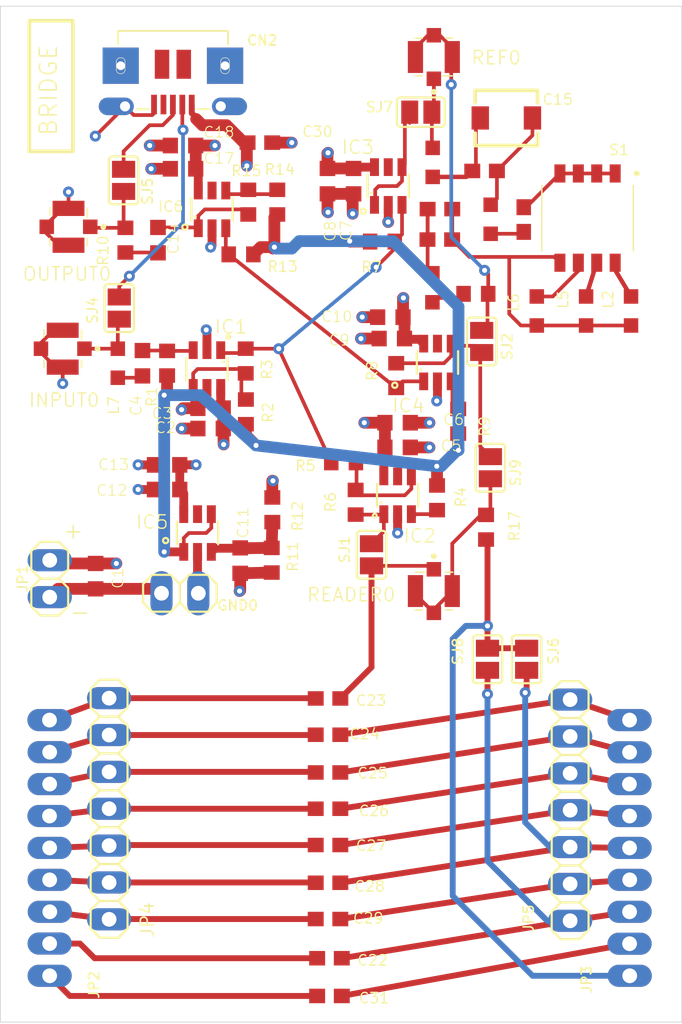
<source format=kicad_pcb>
(kicad_pcb (version 20240108) (generator "pcbnew") (generator_version "8.0")
  (layers (0 "F.Cu" signal) (1 "In1.Cu" signal) (2 "In2.Cu" signal) (31 "B.Cu" signal) (34 "B.Paste" user) (35 "F.Paste" user) (36 "B.SilkS" user "B.Silkscreen") (37 "F.SilkS" user "F.Silkscreen") (38 "B.Mask" user) (39 "F.Mask" user) (44 "Edge.Cuts" user))
  (net 0 "")
  (net 1 "GND")
  (net 2 "VCC")
  (net 3 "N$2")
  (net 4 "VCC/2")
  (net 5 "N$6")
  (net 6 "N$7")
  (net 7 "N$1")
  (net 8 "N$4")
  (net 9 "N$11")
  (net 10 "N$12")
  (net 11 "N$14")
  (net 12 "N$16")
  (net 13 "N$17")
  (net 14 "N$18")
  (net 15 "N$19")
  (net 16 "N$21")
  (net 17 "N$22")
  (net 18 "N$23")
  (net 19 "N$24")
  (net 20 "N$10")
  (net 21 "N$26")
  (net 22 "N$27")
  (net 23 "N$28")
  (net 24 "N$29")
  (net 25 "N$30")
  (net 26 "N$32")
  (net 27 "N$33")
  (net 28 "N$34")
  (net 29 "N$35")
  (net 30 "N$36")
  (net 31 "N$37")
  (net 32 "N$13")
  (net 33 "N$25")
  (net 34 "N$31")
  (net 35 "N$45")
  (net 36 "N$47")
  (net 37 "N$48")
  (net 38 "N$49")
  (net 39 "N$51")
  (net 40 "N$52")
  (net 41 "N$41")
  (net 42 "N$15")
  (net 43 "N$20")
  (net 44 "N$40")
  (net 45 "N$3")
  (net 46 "N$43")
  (net 47 "N$44")
  (net 48 "N$42")
  (net 49 "N$8")
  (net 50 "N$38")
  (net 51 "N$46")
  (net 52 "N$39")
  (net 53 "N$5")
  (net 54 "N$9")
  (footprint "TSOT23-6_261" (layer "F.Cu") (at 152.4011 103.7036)
    (property "Reference" "IC2")
    (property "Value" "LT6230CS6" (hide yes))
  )
  (footprint "R0603_334" (layer "F.Cu") (at 151.3551 86.221 180)
    (property "Reference" "R7")
    (property "Value" "100")
  )
  (footprint "C0603K_334" (layer "F.Cu") (at 136.5011 101.6084 180)
    (property "Reference" "C13")
    (property "Value" "1.0u")
  )
  (footprint "R0603_334" (layer "F.Cu") (at 141.6011 87.1036)
    (property "Reference" "R13")
    (property "Value" "100")
  )
  (footprint "1X09" (layer "F.Cu") (at 168.4011 130.2036 -90)
    (property "Reference" "JP3")
    (property "Value" "")
  )
  (footprint "L2012C_334" (layer "F.Cu") (at 168.5011 91.0036 -90)
    (property "Reference" "L2")
    (property "Value" "0.2u")
  )
  (footprint "R0603_334" (layer "F.Cu") (at 143.7167 108.1782 90)
    (property "Reference" "R11")
    (property "Value" "10k")
  )
  (footprint "C1608_334" (layer "F.Cu") (at 155.3211 83.9836)
    (property "Reference" "C19" (hide yes))
    (property "Value" "")
  )
  (footprint "C1608_334" (layer "F.Cu") (at 147.6011 117.7036)
    (property "Reference" "C23")
    (property "Value" "")
  )
  (footprint "R0603_334" (layer "F.Cu") (at 148.6741 101.4356 180)
    (property "Reference" "R5")
    (property "Value" "100")
  )
  (footprint "C0603K_334" (layer "F.Cu") (at 139.5011 97.7036 180)
    (property "Reference" "C3")
    (property "Value" "1.0u")
  )
  (footprint "C0603K_334" (layer "F.Cu") (at 152.0011 92.9036 180)
    (property "Reference" "C9")
    (property "Value" "0.1u")
  )
  (footprint "C1608_334" (layer "F.Cu") (at 147.6011 127.8036)
    (property "Reference" "C27")
    (property "Value" "")
  )
  (footprint "1X09" (layer "F.Cu") (at 128.4011 125.8036 90)
    (property "Reference" "JP2")
    (property "Value" "")
  )
  (footprint "R0603_334" (layer "F.Cu") (at 156.5821 98.6036 -90)
    (property "Reference" "R9")
    (property "Value" "0")
  )
  (footprint "C0603K_334" (layer "F.Cu") (at 152.4011 98.7036)
    (property "Reference" "C6")
    (property "Value" "1.0u")
  )
  (footprint "1X02_325" (layer "F.Cu") (at 137.3861 110.4556)
    (property "Reference" "GND0")
    (property "Value" "")
  )
  (footprint "C0603K_334" (layer "F.Cu") (at 136.5011 103.3068 180)
    (property "Reference" "C12")
    (property "Value" "0.1u")
  )
  (footprint "C1608_334" (layer "F.Cu") (at 147.7011 135.6036)
    (property "Reference" "C22")
    (property "Value" "")
  )
  (footprint "C0603K_334" (layer "F.Cu") (at 135.8721 86.123 -90)
    (property "Reference" "C14")
    (property "Value" "")
  )
  (footprint "4UCONN_20329" (layer "F.Cu") (at 136.9011 76.0036 180)
    (property "Reference" "CN2")
    (property "Value" "")
    (fp_line (start 3.9 1.6) (end 3.9 2.2) (stroke (width 0.05)) (layer "Edge.Cuts"))
    (fp_line (start 3.3 2.2) (end 3.3 1.6) (stroke (width 0.05)) (layer "Edge.Cuts"))
    (fp_line (start -3.3 1.6) (end -3.3 2.2) (stroke (width 0.05)) (layer "Edge.Cuts"))
    (fp_line (start -3.9 2.2) (end -3.9 1.6) (stroke (width 0.05)) (layer "Edge.Cuts"))
    (fp_arc (start 3.9 2.2) (mid 3.801777 2.387132) (end 3.6 2.45) (stroke (width 0.05)) (layer "Edge.Cuts"))
    (fp_arc (start 3.6 2.45) (mid 3.398223 2.387132) (end 3.3 2.2) (stroke (width 0.05)) (layer "Edge.Cuts"))
    (fp_arc (start 3.6 1.35) (mid 3.801777 1.412868) (end 3.9 1.6) (stroke (width 0.05)) (layer "Edge.Cuts"))
    (fp_arc (start 3.3 1.6) (mid 3.398223 1.412868) (end 3.6 1.35) (stroke (width 0.05)) (layer "Edge.Cuts"))
    (fp_arc (start -3.3 2.2) (mid -3.398223 2.387132) (end -3.6 2.45) (stroke (width 0.05)) (layer "Edge.Cuts"))
    (fp_arc (start -3.6 2.45) (mid -3.801777 2.387132) (end -3.9 2.2) (stroke (width 0.05)) (layer "Edge.Cuts"))
    (fp_arc (start -3.6 1.35) (mid -3.398223 1.412868) (end -3.3 1.6) (stroke (width 0.05)) (layer "Edge.Cuts"))
    (fp_arc (start -3.9 1.6) (mid -3.801777 1.412868) (end -3.6 1.35) (stroke (width 0.05)) (layer "Edge.Cuts"))
  )
  (footprint "L2012C_334" (layer "F.Cu") (at 154.8011 89.4036 90)
    (property "Reference" "L1" (hide yes))
    (property "Value" "")
  )
  (footprint "TSOT23-6_261" (layer "F.Cu") (at 138.6011 106.3036)
    (property "Reference" "IC5")
    (property "Value" "LT6230CS6")
  )
  (footprint "" (layer "F.Cu") (at 148.5011 73.0036)
    (property "Reference" "@HOLE1" (hide yes))
    (property "Value" "")
  )
  (footprint "CTRIMTZBX4_334" (layer "F.Cu") (at 159.9011 77.7036 -90)
    (property "Reference" "C15")
    (property "Value" "")
  )
  (footprint "C1608_334" (layer "F.Cu") (at 158.4011 81.3536 180)
    (property "Reference" "C21" (hide yes))
    (property "Value" "")
  )
  (footprint "C0603K_334" (layer "F.Cu") (at 134.8011 94.6036 90)
    (property "Reference" "C4")
    (property "Value" "120p")
  )
  (footprint "C1608_334" (layer "F.Cu") (at 147.6011 125.3036)
    (property "Reference" "C26")
    (property "Value" "")
  )
  (footprint "C0603K_334" (layer "F.Cu") (at 147.5631 82.0576 -90)
    (property "Reference" "C8")
    (property "Value" "1.0u")
  )
  (footprint "R0603_334" (layer "F.Cu") (at 149.5051 104.1856 90)
    (property "Reference" "R6")
    (property "Value" "100")
  )
  (footprint "L2012C_334" (layer "F.Cu") (at 158.8211 84.6836 -90)
    (property "Reference" "L4" (hide yes))
    (property "Value" "")
  )
  (footprint "0734120114" (layer "F.Cu") (at 129.3011 93.6036 90)
    (property "Reference" "INPUT0")
    (property "Value" "0734120114")
  )
  (footprint "0734120114" (layer "F.Cu") (at 154.9011 110.3036 180)
    (property "Reference" "READER0")
    (property "Value" "0734120114")
  )
  (footprint "C1608_334" (layer "F.Cu") (at 147.7011 138.2036)
    (property "Reference" "C31")
    (property "Value" "")
  )
  (footprint "1X07_325" (layer "F.Cu") (at 132.5011 125.3036 90)
    (property "Reference" "JP4")
    (property "Value" "")
  )
  (footprint "TSOT23-6_261" (layer "F.Cu") (at 155.1511 94.5536)
    (property "Reference" "IC4")
    (property "Value" "LT6230CS6" (hide yes))
  )
  (footprint "R0603_334" (layer "F.Cu") (at 144.1011 83.5036 90)
    (property "Reference" "R14")
    (property "Value" "100")
  )
  (footprint "L2012C_334" (layer "F.Cu") (at 162.0011 91.0036 -90)
    (property "Reference" "L6")
    (property "Value" "0.1u")
  )
  (footprint "L2012C_334" (layer "F.Cu") (at 165.4011 91.0036 -90)
    (property "Reference" "L5")
    (property "Value" "0.15u")
  )
  (footprint "R0603_334" (layer "F.Cu") (at 133.6265 86.123 -90)
    (property "Reference" "R10")
    (property "Value" "50")
  )
  (footprint "SJ_252" (layer "F.Cu") (at 154.0011 77.3036)
    (property "Reference" "SJ7")
    (property "Value" "")
  )
  (footprint "C0603K_334" (layer "F.Cu") (at 149.3631 82.0576 -90)
    (property "Reference" "C7")
    (property "Value" "0.1u")
  )
  (footprint "SJ_252" (layer "F.Cu") (at 161.3011 115.0036 90)
    (property "Reference" "SJ6")
    (property "Value" "")
  )
  (footprint "R0603_334" (layer "F.Cu") (at 142.1011 83.5036 90)
    (property "Reference" "R15")
    (property "Value" "100")
  )
  (footprint "R0603_334" (layer "F.Cu") (at 155.1201 103.8766 90)
    (property "Reference" "R4")
    (property "Value" "50")
  )
  (footprint "0734120114" (layer "F.Cu") (at 129.7011 85.2036 90)
    (property "Reference" "OUTPUT0")
    (property "Value" "0734120114")
  )
  (footprint "1X02_325" (layer "F.Cu") (at 128.4057 109.4512 90)
    (property "Reference" "JP1")
    (property "Value" "")
  )
  (footprint "C0603K_334" (layer "F.Cu") (at 152.4011 100.4036)
    (property "Reference" "C5")
    (property "Value" "0.1u")
  )
  (footprint "C0603K_334" (layer "F.Cu") (at 137.6011 81.2036 180)
    (property "Reference" "C17")
    (property "Value" "0.1u")
  )
  (footprint "C1608_334" (layer "F.Cu") (at 161.1011 84.7036 -90)
    (property "Reference" "C16" (hide yes))
    (property "Value" "")
  )
  (footprint "TSOT23-6_261" (layer "F.Cu") (at 139.2511 95.0036 180)
    (property "Reference" "IC1")
    (property "Value" "LT6230CS6" (hide yes))
  )
  (footprint "SJ_252" (layer "F.Cu") (at 158.6011 115.0036 90)
    (property "Reference" "SJ8")
    (property "Value" "")
  )
  (footprint "C1608_334" (layer "F.Cu") (at 147.6011 122.8036)
    (property "Reference" "C25")
    (property "Value" "")
  )
  (footprint "SJ_252" (layer "F.Cu") (at 158.8011 101.8036 90)
    (property "Reference" "SJ9")
    (property "Value" "")
  )
  (footprint "C1608_334" (layer "F.Cu") (at 147.6011 130.4036)
    (property "Reference" "C28")
    (property "Value" "")
  )
  (footprint "SJ_252" (layer "F.Cu") (at 133.5011 82.0036 -90)
    (property "Reference" "SJ5")
    (property "Value" "")
  )
  (footprint "R0603_334" (layer "F.Cu") (at 158.5011 105.9036 90)
    (property "Reference" "R17")
    (property "Value" "")
  )
  (footprint "C0603K_334" (layer "F.Cu") (at 151.9011 91.4306 180)
    (property "Reference" "C10")
    (property "Value" "1.0u")
  )
  (footprint "C1608_334" (layer "F.Cu") (at 147.6011 132.9036)
    (property "Reference" "C29")
    (property "Value" "")
  )
  (footprint "L2012C_334" (layer "F.Cu") (at 154.8211 80.7636 -90)
    (property "Reference" "L3" (hide yes))
    (property "Value" "")
  )
  (footprint "1X07_325" (layer "F.Cu") (at 164.3011 125.4036 -90)
    (property "Reference" "JP5")
    (property "Value" "")
  )
  (footprint "R0603_334" (layer "F.Cu") (at 152.3043 95.4544 90)
    (property "Reference" "R8")
    (property "Value" "100")
  )
  (footprint "C0603K_334" (layer "F.Cu") (at 131.5739 109.2766 -90)
    (property "Reference" "C1")
    (property "Value" "10u")
  )
  (footprint "TSOT23-6_261" (layer "F.Cu") (at 151.7551 82.3916)
    (property "Reference" "IC3")
    (property "Value" "LT6230CS6" (hide yes))
  )
  (footprint "SJ_252" (layer "F.Cu") (at 150.6011 107.8036 90)
    (property "Reference" "SJ1")
    (property "Value" "")
  )
  (footprint "C0603K_334" (layer "F.Cu") (at 139.5011 99.1036 180)
    (property "Reference" "C2")
    (property "Value" "0.1u")
  )
  (footprint "" (layer "F.Cu") (at 168.0011 103.0036)
    (property "Reference" "@HOLE2" (hide yes))
    (property "Value" "")
  )
  (footprint "KAN1104RT" (layer "F.Cu") (at 165.5011 84.6036 180)
    (property "Reference" "S1")
    (property "Value" "KAN1104RT")
  )
  (footprint "R0603_334" (layer "F.Cu") (at 136.5011 94.6036 90)
    (property "Reference" "R1")
    (property "Value" "50")
  )
  (footprint "C0603K_334" (layer "F.Cu") (at 141.5437 108.2036 -90)
    (property "Reference" "C11")
    (property "Value" "0.1u")
  )
  (footprint "C0603K_334" (layer "F.Cu") (at 137.6011 79.6036 180)
    (property "Reference" "C18")
    (property "Value" "1.0u")
  )
  (footprint "0734120114" (layer "F.Cu") (at 154.9011 73.5036)
    (property "Reference" "REF0")
    (property "Value" "0734120114")
  )
  (footprint "L2012C_334" (layer "F.Cu") (at 133.1011 94.6036 90)
    (property "Reference" "L7")
    (property "Value" "")
  )
  (footprint "SJ_252" (layer "F.Cu") (at 158.2011 93.1036 90)
    (property "Reference" "SJ2")
    (property "Value" "")
  )
  (footprint "R0603_334" (layer "F.Cu") (at 141.9363 97.9558 90)
    (property "Reference" "R2")
    (property "Value" "100")
  )
  (footprint "TSOT23-6_261" (layer "F.Cu") (at 139.6011 84.0036)
    (property "Reference" "IC6")
    (property "Value" "LT6230CS6")
  )
  (footprint "R0603_334" (layer "F.Cu") (at 157.8011 89.8236 180)
    (property "Reference" "R16" (hide yes))
    (property "Value" "")
  )
  (footprint "SJ_252" (layer "F.Cu") (at 133.2011 90.8036 -90)
    (property "Reference" "SJ4")
    (property "Value" "")
  )
  (footprint "C1608_334" (layer "F.Cu") (at 147.6011 120.2036)
    (property "Reference" "C24")
    (property "Value" "")
  )
  (footprint "R0603_334" (layer "F.Cu") (at 141.9233 94.4506 -90)
    (property "Reference" "R3")
    (property "Value" "100")
  )
  (footprint "" (layer "F.Cu") (at 129.0011 103.0036)
    (property "Reference" "@HOLE0" (hide yes))
    (property "Value" "")
  )
  (footprint "C1608_334" (layer "F.Cu") (at 155.3111 86.0836)
    (property "Reference" "C20" (hide yes))
    (property "Value" "")
  )
  (footprint "C1608_334" (layer "F.Cu") (at 142.9011 79.4036)
    (property "Reference" "C30")
    (property "Value" "")
  )
  (footprint "R0603_334" (layer "F.Cu") (at 143.7601 104.7036 90)
    (property "Reference" "R12")
    (property "Value" "10k")
  )
  (gr_line (start 127.0011 71.0036) (end 130.0011 71.0036) (stroke (width 0.254)) (layer "F.SilkS"))
  (gr_circle (center 150.8261 105.1046) (end 150.9531 105.1046) (stroke (width 0.1524)) (fill none) (layer "F.SilkS"))
  (gr_circle (center 137.7281 85.2256) (end 137.907703 85.2256) (stroke (width 0.1524)) (fill none) (layer "F.SilkS"))
  (gr_line (start 130.0011 80.0036) (end 127.0011 80.0036) (stroke (width 0.254)) (layer "F.SilkS"))
  (gr_line (start 130.0011 71.0036) (end 130.0011 80.0036) (stroke (width 0.254)) (layer "F.SilkS"))
  (gr_circle (center 136.4011 106.8226) (end 136.580703 106.8226) (stroke (width 0.1524)) (fill none) (layer "F.SilkS"))
  (gr_line (start 127.0011 80.0036) (end 127.0011 71.0036) (stroke (width 0.254)) (layer "F.SilkS"))
  (gr_circle (center 150.0281 84.1256) (end 150.207703 84.1256) (stroke (width 0.1524)) (fill none) (layer "F.SilkS"))
  (gr_circle (center 140.7171 92.7906) (end 140.8441 92.7906) (stroke (width 0.1524)) (fill none) (layer "F.SilkS"))
  (gr_circle (center 152.2061 96.1206) (end 152.385703 96.1206) (stroke (width 0.1524)) (fill none) (layer "F.SilkS"))
  (gr_line (start 172.0011 70.0036) (end 125.0011 70.0036) (stroke (width 0.05)) (layer "Edge.Cuts"))
  (gr_line (start 125.0011 140.0036) (end 172.0011 140.0036) (stroke (width 0.05)) (layer "Edge.Cuts"))
  (gr_line (start 172.0011 140.0036) (end 172.0011 70.0036) (stroke (width 0.05)) (layer "Edge.Cuts"))
  (gr_line (start 125.0011 70.0036) (end 125.0011 140.0036) (stroke (width 0.05)) (layer "Edge.Cuts"))
  (gr_text "_" (at 129.97777 111.866244 0) (layer "F.SilkS") (effects (font (size 1.1684 1.1684) (thickness 0.1016)) (justify left bottom)))
  (gr_text "BRIDGE" (at 129.0011 79.0036 90) (layer "F.SilkS") (effects (font (size 1.1684 1.1684) (thickness 0.1016)) (justify left bottom)))
  (gr_text "+" (at 130.6241 107.0106 90) (layer "F.SilkS") (effects (font (size 1.1684 1.1684) (thickness 0.1016)) (justify left bottom)))
  (segment (start 129.4011 92.3336) (end 129.3011 92.3336) (width 0.254) (layer "F.Cu") (net 1))
  (segment (start 128.2011 85.2036) (end 128.4311 85.2036) (width 0.254) (layer "F.Cu") (net 1))
  (segment (start 135.6261 103.3068) (end 134.5043 103.3068) (width 0.6096) (layer "F.Cu") (net 1))
  (segment (start 135.6011 77.3786) (end 135.4761 77.5036) (width 0.254) (layer "F.Cu") (net 1))
  (segment (start 128.6711 92.3336) (end 127.8011 93.2036) (width 0.254) (layer "F.Cu") (net 1))
  (segment (start 135.4761 77.5036) (end 134.2011 77.5036) (width 0.254) (layer "F.Cu") (net 1))
  (segment (start 152.4011 105.0036) (end 152.4011 106.3036) (width 0.6096) (layer "F.Cu") (net 1))
  (segment (start 129.0011 86.4736) (end 128.2011 85.6736) (width 0.254) (layer "F.Cu") (net 1))
  (segment (start 133.6011 76.9036) (end 131.5511 78.9536) (width 0.254) (layer "F.Cu") (net 1))
  (segment (start 151.7551 83.6916) (end 151.7551 84.8736) (width 0.6096) (layer "F.Cu") (net 1))
  (segment (start 127.8011 93.6036) (end 127.8011 93.8736) (width 0.254) (layer "F.Cu") (net 1))
  (segment (start 134.5043 103.3068) (end 134.5011 103.3036) (width 0.6096) (layer "F.Cu") (net 1))
  (segment (start 138.6261 97.7036) (end 138.6041 97.7256) (width 0.8128) (layer "F.Cu") (net 1))
  (segment (start 147.5631 82.9326) (end 147.5631 84.1656) (width 0.8128) (layer "F.Cu") (net 1))
  (segment (start 128.6711 92.3336) (end 129.3011 92.3336) (width 0.254) (layer "F.Cu") (net 1))
  (segment (start 147.6011 84.2036) (end 147.5631 84.1656) (width 0.8128) (layer "F.Cu") (net 1))
  (segment (start 129.3011 94.8736) (end 129.3011 96.0036) (width 0.254) (layer "F.Cu") (net 1))
  (segment (start 151.1261 92.9036) (end 149.8763 92.9036) (width 0.8128) (layer "F.Cu") (net 1))
  (segment (start 129.0011 86.4736) (end 129.7011 86.4736) (width 0.254) (layer "F.Cu") (net 1))
  (segment (start 139.2511 93.7036) (end 139.2511 92.3536) (width 0.6096) (layer "F.Cu") (net 1))
  (segment (start 138.6261 99.1036) (end 137.5011 99.1036) (width 0.8128) (layer "F.Cu") (net 1))
  (segment (start 155.1511 97.1536) (end 155.1011 97.2036) (width 0.6096) (layer "F.Cu") (net 1))
  (segment (start 147.5631 82.9326) (end 149.3631 82.9326) (width 0.8128) (layer "F.Cu") (net 1))
  (segment (start 139.6011 86.5036) (end 139.5011 86.6036) (width 0.6096) (layer "F.Cu") (net 1))
  (segment (start 151.0261 91.4306) (end 149.9679 91.4306) (width 0.8128) (layer "F.Cu") (net 1))
  (segment (start 135.6011 76.7786) (end 135.6011 77.3786) (width 0.254) (layer "F.Cu") (net 1))
  (segment (start 127.8011 93.6036) (end 127.8011 93.2036) (width 0.254) (layer "F.Cu") (net 1))
  (segment (start 128.8011 94.8736) (end 129.3011 94.8736) (width 0.254) (layer "F.Cu") (net 1))
  (segment (start 151.7551 84.8736) (end 151.7485 84.8736) (width 0.8128) (layer "F.Cu") (net 1))
  (segment (start 139.6011 85.3036) (end 139.6011 86.5036) (width 0.6096) (layer "F.Cu") (net 1))
  (segment (start 136.7435 79.5862) (end 136.7261 79.6036) (width 0.254) (layer "F.Cu") (net 1))
  (segment (start 149.9679 91.4306) (end 149.9583 91.421) (width 0.8128) (layer "F.Cu") (net 1))
  (segment (start 149.3631 82.9326) (end 149.3011 82.9946) (width 0.8128) (layer "F.Cu") (net 1))
  (segment (start 128.9753 110.1516) (end 131.5739 110.1516) (width 0.8128) (layer "F.Cu") (net 1))
  (segment (start 138.6011 107.6036) (end 138.6011 110.3556) (width 0.6096) (layer "F.Cu") (net 1))
  (segment (start 128.2011 85.2036) (end 128.2011 85.6736) (width 0.254) (layer "F.Cu") (net 1))
  (segment (start 155.1511 95.8536) (end 155.1511 97.1536) (width 0.6096) (layer "F.Cu") (net 1))
  (segment (start 143.7167 109.0282) (end 141.5437 109.0786) (width 0.8128) (layer "F.Cu") (net 1))
  (segment (start 127.8011 93.6036) (end 127.8011 93.7336) (width 0.254) (layer "F.Cu") (net 1))
  (segment (start 141.5437 109.0786) (end 141.5941 109.0282) (width 0.8128) (layer "F.Cu") (net 1))
  (segment (start 129.3011 83.9336) (end 128.2311 85.0036) (width 0.254) (layer "F.Cu") (net 1))
  (segment (start 131.5739 110.1516) (end 135.8121 110.1516) (width 0.8128) (layer "F.Cu") (net 1))
  (segment (start 143.7511 79.4036) (end 143.7011 79.3536) (width 0.8128) (layer "F.Cu") (net 1))
  (segment (start 128.4057 110.7212) (end 128.9753 110.1516) (width 0.8128) (layer "F.Cu") (net 1))
  (segment (start 151.1725 92.857182) (end 151.1261 92.9036) (width 0.4064) (layer "F.Cu") (net 1))
  (segment (start 129.0711 94.8736) (end 129.3011 94.8736) (width 0.254) (layer "F.Cu") (net 1))
  (segment (start 153.2761 100.4036) (end 154.6011 100.4036) (width 0.8128) (layer "F.Cu") (net 1))
  (segment (start 135.6261 101.6084) (end 134.5059 101.6084) (width 0.6096) (layer "F.Cu") (net 1))
  (segment (start 134.2011 77.5036) (end 133.6011 76.9036) (width 0.254) (layer "F.Cu") (net 1))
  (segment (start 149.8725 92.9074) (end 149.8763 92.9036) (width 0.8128) (layer "F.Cu") (net 1))
  (segment (start 134.5059 101.6084) (end 134.5011 101.6036) (width 0.6096) (layer "F.Cu") (net 1))
  (segment (start 153.2761 98.7036) (end 154.6011 98.7036) (width 0.8128) (layer "F.Cu") (net 1))
  (segment (start 135.6011 76.7786) (end 135.6011 77.3036) (width 0.254) (layer "F.Cu") (net 1))
  (segment (start 136.7261 81.2036) (end 135.4011 81.2036) (width 0.8128) (layer "F.Cu") (net 1))
  (segment (start 129.7011 83.9336) (end 129.7011 82.8036) (width 0.254) (layer "F.Cu") (net 1))
  (segment (start 149.3011 82.9946) (end 149.3011 84.3036) (width 0.8128) (layer "F.Cu") (net 1))
  (segment (start 139.2511 92.3536) (end 139.2011 92.3036) (width 0.6096) (layer "F.Cu") (net 1))
  (segment (start 136.7261 79.6036) (end 135.3011 79.6036) (width 0.8128) (layer "F.Cu") (net 1))
  (segment (start 141.5437 110.261) (end 141.5011 110.3036) (width 0.8128) (layer "F.Cu") (net 1))
  (segment (start 128.2311 85.0036) (end 128.4311 85.2036) (width 0.254) (layer "F.Cu") (net 1))
  (segment (start 135.8121 110.1516) (end 136.1161 110.4556) (width 0.8128) (layer "F.Cu") (net 1))
  (segment (start 141.5437 109.0786) (end 141.5437 110.261) (width 0.8128) (layer "F.Cu") (net 1))
  (segment (start 128.8011 94.8736) (end 127.8011 93.8736) (width 0.254) (layer "F.Cu") (net 1))
  (segment (start 128.7711 92.2336) (end 128.6711 92.3336) (width 0.254) (layer "F.Cu") (net 1))
  (segment (start 129.7011 83.9336) (end 129.3011 83.9336) (width 0.254) (layer "F.Cu") (net 1))
  (segment (start 137.6011 97.7036) (end 137.5011 97.8036) (width 0.8128) (layer "F.Cu") (net 1))
  (segment (start 143.7511 79.4036) (end 145.1011 79.4036) (width 0.8128) (layer "F.Cu") (net 1))
  (segment (start 138.6261 97.7036) (end 137.6011 97.7036) (width 0.8128) (layer "F.Cu") (net 1))
  (via (at 149.8725 92.9074) (size 0.7564) (drill 0.35) (layers "F.Cu" "B.Cu") (net 1))
  (via (at 154.6011 100.4036) (size 0.7564) (drill 0.35) (layers "F.Cu" "B.Cu") (net 1))
  (via (at 131.5511 78.9536) (size 0.7564) (drill 0.35) (layers "F.Cu" "B.Cu") (net 1))
  (via (at 152.4011 106.3036) (size 0.7564) (drill 0.35) (layers "F.Cu" "B.Cu") (net 1))
  (via (at 147.6011 84.2036) (size 0.7564) (drill 0.35) (layers "F.Cu" "B.Cu") (net 1))
  (via (at 151.7485 84.8736) (size 0.7564) (drill 0.35) (layers "F.Cu" "B.Cu") (net 1))
  (via (at 135.4011 81.2036) (size 0.7564) (drill 0.35) (layers "F.Cu" "B.Cu") (net 1))
  (via (at 155.1011 97.2036) (size 0.7564) (drill 0.35) (layers "F.Cu" "B.Cu") (net 1))
  (via (at 141.5011 110.3036) (size 0.7564) (drill 0.35) (layers "F.Cu" "B.Cu") (net 1))
  (via (at 149.9583 91.421) (size 0.7564) (drill 0.35) (layers "F.Cu" "B.Cu") (net 1))
  (via (at 129.7011 82.8036) (size 0.7564) (drill 0.35) (layers "F.Cu" "B.Cu") (net 1))
  (via (at 135.3011 79.6036) (size 0.7564) (drill 0.35) (layers "F.Cu" "B.Cu") (net 1))
  (via (at 137.5011 97.8036) (size 0.7564) (drill 0.35) (layers "F.Cu" "B.Cu") (net 1))
  (via (at 134.5011 103.3036) (size 0.7564) (drill 0.35) (layers "F.Cu" "B.Cu") (net 1))
  (via (at 134.5011 101.6036) (size 0.7564) (drill 0.35) (layers "F.Cu" "B.Cu") (net 1))
  (via (at 145.1011 79.4036) (size 0.7564) (drill 0.35) (layers "F.Cu" "B.Cu") (net 1))
  (via (at 154.6011 98.7036) (size 0.7564) (drill 0.35) (layers "F.Cu" "B.Cu") (net 1))
  (via (at 129.3011 96.0036) (size 0.7564) (drill 0.35) (layers "F.Cu" "B.Cu") (net 1))
  (via (at 139.5011 86.6036) (size 0.7564) (drill 0.35) (layers "F.Cu" "B.Cu") (net 1))
  (via (at 149.3011 84.3036) (size 0.7564) (drill 0.35) (layers "F.Cu" "B.Cu") (net 1))
  (via (at 139.2011 92.3036) (size 0.7564) (drill 0.35) (layers "F.Cu" "B.Cu") (net 1))
  (via (at 137.5011 99.1036) (size 0.7564) (drill 0.35) (layers "F.Cu" "B.Cu") (net 1))
  (segment (start 153.9011 92.9536) (end 152.9261 92.9536) (width 0.6096) (layer "F.Cu") (net 2))
  (segment (start 143.8011 102.7036) (end 143.7601 102.705704) (width 0.8128) (layer "F.Cu") (net 2))
  (segment (start 140.2011 97.5286) (end 140.3761 97.7036) (width 0.6096) (layer "F.Cu") (net 2))
  (segment (start 133.0011 108.4036) (end 132.998403 108.4016) (width 0.8128) (layer "F.Cu") (net 2))
  (segment (start 137.6511 105.0036) (end 137.6511 103.5818) (width 0.6096) (layer "F.Cu") (net 2))
  (segment (start 137.3761 101.6084) (end 137.3809 101.6036) (width 0.6096) (layer "F.Cu") (net 2))
  (segment (start 152.8761 91.5306) (end 152.8761 92.9036) (width 0.8128) (layer "F.Cu") (net 2))
  (segment (start 147.5631 80.1416) (end 147.6011 80.1036) (width 0.8128) (layer "F.Cu") (net 2))
  (segment (start 143.7601 103.8536) (end 143.7421 103.8536) (width 0.6096) (layer "F.Cu") (net 2))
  (segment (start 138.2011 76.7786) (end 138.2011 77.3693) (width 0.4064) (layer "F.Cu") (net 2))
  (segment (start 143.7601 103.8536) (end 143.7601 102.705704) (width 0.8128) (layer "F.Cu") (net 2))
  (segment (start 138.6511 81.3786) (end 138.4761 81.2036) (width 0.6096) (layer "F.Cu") (net 2))
  (segment (start 137.3809 101.6036) (end 138.5011 101.6036) (width 0.6096) (layer "F.Cu") (net 2))
  (segment (start 151.5261 98.7036) (end 150.1011 98.7036) (width 0.8128) (layer "F.Cu") (net 2))
  (segment (start 141.8011 79.4036) (end 140.6011 78.2036) (width 0.8128) (layer "F.Cu") (net 2))
  (segment (start 138.5078 77.776) (end 138.9354 78.2036) (width 0.8128) (layer "F.Cu") (net 2))
  (segment (start 152.7761 91.4306) (end 152.8761 91.5306) (width 0.8128) (layer "F.Cu") (net 2))
  (segment (start 138.5078 77.676) (end 138.5078 77.776) (width 0.4064) (layer "F.Cu") (net 2))
  (segment (start 128.6261 108.4016) (end 131.5739 108.4016) (width 0.8128) (layer "F.Cu") (net 2))
  (segment (start 138.5078 77.676) (end 138.2011 77.3693) (width 0.4064) (layer "F.Cu") (net 2))
  (segment (start 147.5631 81.1826) (end 147.5631 80.1416) (width 0.8128) (layer "F.Cu") (net 2))
  (segment (start 153.9011 92.9536) (end 154.2011 93.2536) (width 0.6096) (layer "F.Cu") (net 2))
  (segment (start 128.4057 108.1812) (end 128.6261 108.4016) (width 0.8128) (layer "F.Cu") (net 2))
  (segment (start 142.0511 79.4036) (end 141.8011 79.4036) (width 0.8128) (layer "F.Cu") (net 2))
  (segment (start 147.5631 81.1826) (end 149.3631 81.1826) (width 0.8128) (layer "F.Cu") (net 2))
  (segment (start 140.4011 100.2036) (end 140.3761 99.1036) (width 0.8128) (layer "F.Cu") (net 2))
  (segment (start 152.7761 90.1286) (end 152.7761 91.4306) (width 0.8128) (layer "F.Cu") (net 2))
  (segment (start 152.8761 92.9036) (end 152.9261 92.9536) (width 0.6096) (layer "F.Cu") (net 2))
  (segment (start 151.4511 100.4786) (end 151.5261 100.4036) (width 0.6096) (layer "F.Cu") (net 2))
  (segment (start 138.2011 76.7786) (end 138.2011 77.2966) (width 0.254) (layer "F.Cu") (net 2))
  (segment (start 140.2011 96.3036) (end 140.2011 97.5286) (width 0.6096) (layer "F.Cu") (net 2))
  (segment (start 139.8011 79.6036) (end 138.4761 79.6036) (width 0.8128) (layer "F.Cu") (net 2))
  (segment (start 151.5261 98.7036) (end 151.5261 100.4036) (width 0.8128) (layer "F.Cu") (net 2))
  (segment (start 137.3761 101.6084) (end 137.3761 103.3068) (width 0.6096) (layer "F.Cu") (net 2))
  (segment (start 140.3761 99.1036) (end 140.3761 97.7036) (width 0.8128) (layer "F.Cu") (net 2))
  (segment (start 140.6011 78.2036) (end 138.9354 78.2036) (width 0.8128) (layer "F.Cu") (net 2))
  (segment (start 138.4761 81.2036) (end 138.4761 79.6036) (width 0.8128) (layer "F.Cu") (net 2))
  (segment (start 137.6511 103.5818) (end 137.3761 103.3068) (width 0.6096) (layer "F.Cu") (net 2))
  (segment (start 142.0011 79.4536) (end 142.0011 81.0036) (width 0.8128) (layer "F.Cu") (net 2))
  (segment (start 143.7421 103.8536) (end 143.7011 103.8946) (width 0.6096) (layer "F.Cu") (net 2))
  (segment (start 131.5739 108.4016) (end 132.998403 108.4016) (width 0.8128) (layer "F.Cu") (net 2))
  (segment (start 150.8051 81.0916) (end 148.8541 81.0916) (width 0.6096) (layer "F.Cu") (net 2))
  (segment (start 138.6511 82.7036) (end 138.6511 81.3786) (width 0.6096) (layer "F.Cu") (net 2))
  (segment (start 151.4511 102.4036) (end 151.4511 100.4786) (width 0.6096) (layer "F.Cu") (net 2))
  (segment (start 152.8011 90.1036) (end 152.7761 90.1286) (width 0.8128) (layer "F.Cu") (net 2))
  (via (at 152.8011 90.1036) (size 0.7564) (drill 0.35) (layers "F.Cu" "B.Cu") (net 2))
  (via (at 138.5011 101.6036) (size 0.7564) (drill 0.35) (layers "F.Cu" "B.Cu") (net 2))
  (via (at 150.1011 98.7036) (size 0.7564) (drill 0.35) (layers "F.Cu" "B.Cu") (net 2))
  (via (at 133.0011 108.4036) (size 0.7564) (drill 0.35) (layers "F.Cu" "B.Cu") (net 2))
  (via (at 139.8011 79.6036) (size 0.7564) (drill 0.35) (layers "F.Cu" "B.Cu") (net 2))
  (via (at 140.4011 100.2036) (size 0.7564) (drill 0.35) (layers "F.Cu" "B.Cu") (net 2))
  (via (at 147.6011 80.1036) (size 0.7564) (drill 0.35) (layers "F.Cu" "B.Cu") (net 2))
  (via (at 142.0011 81.0036) (size 0.7564) (drill 0.35) (layers "F.Cu" "B.Cu") (net 2))
  (via (at 143.8011 102.7036) (size 0.7564) (drill 0.35) (layers "F.Cu" "B.Cu") (net 2))
  (segment (start 136.5011 93.7536) (end 138.2511 93.7536) (width 0.254) (layer "F.Cu") (net 3))
  (segment (start 134.8011 93.7286) (end 136.4761 93.7286) (width 0.254) (layer "F.Cu") (net 3))
  (segment (start 136.4761 93.7286) (end 136.5011 93.7536) (width 0.254) (layer "F.Cu") (net 3))
  (segment (start 138.2511 93.7536) (end 138.3011 93.7036) (width 0.254) (layer "F.Cu") (net 3))
  (segment (start 138.0011 106.3036) (end 139.2011 106.3036) (width 0.254) (layer "F.Cu") (net 4))
  (segment (start 143.9011 84.5536) (end 143.9011 86.6036) (width 0.8128) (layer "F.Cu") (net 4))
  (segment (start 136.5011 95.4536) (end 136.5011 96.6036) (width 0.8128) (layer "F.Cu") (net 4))
  (segment (start 139.2011 106.3036) (end 139.5511 105.9536) (width 0.254) (layer "F.Cu") (net 4))
  (segment (start 149.1295 86.221) (end 149.0979 86.1894) (width 0.8128) (layer "F.Cu") (net 4))
  (segment (start 137.6511 107.6036) (end 136.3011 107.6036) (width 0.6096) (layer "F.Cu") (net 4))
  (segment (start 155.1201 103.0266) (end 155.1201 101.7226) (width 0.8128) (layer "F.Cu") (net 4))
  (segment (start 150.5051 86.221) (end 149.1295 86.221) (width 0.8128) (layer "F.Cu") (net 4))
  (segment (start 150.5051 86.221) (end 150.4735 86.1894) (width 0.4064) (layer "F.Cu") (net 4))
  (segment (start 137.6511 106.6536) (end 138.0011 106.3036) (width 0.254) (layer "F.Cu") (net 4))
  (segment (start 156.5821 99.4536) (end 156.5821 100.5846) (width 0.8128) (layer "F.Cu") (net 4))
  (segment (start 143.9011 86.6036) (end 143.8011 86.7036) (width 0.8128) (layer "F.Cu") (net 4))
  (segment (start 141.9363 99.5684) (end 142.6363 100.2684) (width 0.8128) (layer "F.Cu") (net 4))
  (segment (start 156.5821 100.5846) (end 156.6011 100.6036) (width 0.8128) (layer "F.Cu") (net 4))
  (segment (start 142.4511 87.1036) (end 142.9511 86.6036) (width 0.8128) (layer "F.Cu") (net 4))
  (segment (start 136.5011 96.6036) (end 136.3011 96.8036) (width 0.8128) (layer "F.Cu") (net 4))
  (segment (start 144.1011 84.3536) (end 143.9011 84.5536) (width 0.8128) (layer "F.Cu") (net 4))
  (segment (start 142.9511 86.6036) (end 143.9011 86.6036) (width 0.8128) (layer "F.Cu") (net 4))
  (segment (start 141.9363 98.8058) (end 141.9363 99.5684) (width 0.8128) (layer "F.Cu") (net 4))
  (segment (start 137.6511 107.6036) (end 137.6511 106.6536) (width 0.254) (layer "F.Cu") (net 4))
  (segment (start 139.5511 105.9536) (end 139.5511 105.0036) (width 0.254) (layer "F.Cu") (net 4))
  (segment (start 155.1201 101.7226) (end 155.1011 101.7036) (width 0.8128) (layer "F.Cu") (net 4))
  (via (at 136.3011 107.6036) (size 0.7564) (drill 0.35) (layers "F.Cu" "B.Cu") (net 4))
  (via (at 142.6363 100.2684) (size 0.7564) (drill 0.35) (layers "F.Cu" "B.Cu") (net 4))
  (via (at 149.0979 86.1894) (size 0.7564) (drill 0.35) (layers "F.Cu" "B.Cu") (net 4))
  (via (at 143.9011 86.6036) (size 0.7564) (drill 0.35) (layers "F.Cu" "B.Cu") (net 4))
  (via (at 155.1011 101.7036) (size 0.7564) (drill 0.35) (layers "F.Cu" "B.Cu") (net 4))
  (via (at 156.6011 100.6036) (size 0.7564) (drill 0.35) (layers "F.Cu" "B.Cu") (net 4))
  (via (at 136.3011 96.8036) (size 0.7564) (drill 0.35) (layers "F.Cu" "B.Cu") (net 4))
  (segment (start 145.1011 86.7036) (end 144.0011 86.7036) (width 0.8128) (layer "B.Cu") (net 4))
  (segment (start 144.0011 86.7036) (end 143.9011 86.6036) (width 0.8128) (layer "B.Cu") (net 4))
  (segment (start 149.0979 86.1894) (end 152.1011 86.2036) (width 0.8128) (layer "B.Cu") (net 4))
  (segment (start 136.3011 96.8036) (end 136.3011 107.6036) (width 0.8128) (layer "B.Cu") (net 4))
  (segment (start 136.3011 96.8036) (end 138.81149 96.8036) (width 0.8128) (layer "B.Cu") (net 4))
  (segment (start 149.0979 86.1894) (end 145.6153 86.1894) (width 0.8128) (layer "B.Cu") (net 4))
  (segment (start 156.6011 90.7036) (end 156.6011 100.6036) (width 0.8128) (layer "B.Cu") (net 4))
  (segment (start 155.1011 101.7036) (end 142.6363 100.2684) (width 0.8128) (layer "B.Cu") (net 4))
  (segment (start 138.81149 96.8036) (end 142.6363 100.2684) (width 0.8128) (layer "B.Cu") (net 4))
  (segment (start 156.5011 100.6036) (end 155.4011 101.7036) (width 0.8128) (layer "B.Cu") (net 4))
  (segment (start 145.1011 86.7036) (end 145.6153 86.1894) (width 0.8128) (layer "B.Cu") (net 4))
  (segment (start 155.4011 101.7036) (end 155.1011 101.7036) (width 0.8128) (layer "B.Cu") (net 4))
  (segment (start 152.1011 86.2036) (end 156.6011 90.7036) (width 0.8128) (layer "B.Cu") (net 4))
  (segment (start 156.6011 100.6036) (end 156.5011 100.6036) (width 0.8128) (layer "B.Cu") (net 4))
  (segment (start 156.1821 95.9346) (end 156.1011 95.8536) (width 0.254) (layer "F.Cu") (net 5))
  (segment (start 156.1821 95.9346) (end 156.1821 97.3536) (width 0.254) (layer "F.Cu") (net 5))
  (segment (start 156.5821 97.7536) (end 156.1821 97.3536) (width 0.254) (layer "F.Cu") (net 5))
  (segment (start 144.199771 93.604929) (end 141.9233 93.6006) (width 0.254) (layer "F.Cu") (net 6))
  (segment (start 144.199771 93.604929) (end 144.2011 93.6036) (width 0.254) (layer "F.Cu") (net 6))
  (segment (start 152.2051 86.221) (end 152.2051 86.7016) (width 0.254) (layer "F.Cu") (net 6))
  (segment (start 152.2051 86.7016) (end 150.9199 87.9868) (width 0.254) (layer "F.Cu") (net 6))
  (segment (start 152.7051 85.721) (end 152.2051 86.221) (width 0.254) (layer "F.Cu") (net 6))
  (segment (start 141.6233 93.9006) (end 140.3981 93.9006) (width 0.254) (layer "F.Cu") (net 6))
  (segment (start 147.8241 101.4356) (end 144.2011 93.6036) (width 0.254) (layer "F.Cu") (net 6))
  (segment (start 152.7051 83.6916) (end 152.7051 85.721) (width 0.254) (layer "F.Cu") (net 6))
  (segment (start 140.2011 93.7036) (end 140.3981 93.9006) (width 0.254) (layer "F.Cu") (net 6))
  (segment (start 141.6233 93.9006) (end 141.9233 93.6006) (width 0.254) (layer "F.Cu") (net 6))
  (segment (start 152.2051 86.221) (end 152.2179 86.2338) (width 0.254) (layer "F.Cu") (net 6))
  (via (at 144.2011 93.6036) (size 0.7564) (drill 0.35) (layers "F.Cu" "B.Cu") (net 6))
  (via (at 150.9199 87.9868) (size 0.7564) (drill 0.35) (layers "F.Cu" "B.Cu") (net 6))
  (segment (start 150.9199 87.9868) (end 144.2011 93.6036) (width 0.254) (layer "B.Cu") (net 6))
  (segment (start 151.4511 106.1916) (end 150.6011 107.0416) (width 0.254) (layer "F.Cu") (net 7))
  (segment (start 151.4511 105.0036) (end 151.4191 105.0356) (width 0.254) (layer "F.Cu") (net 7))
  (segment (start 151.4511 105.0036) (end 151.34 105.1147) (width 0.254) (layer "F.Cu") (net 7))
  (segment (start 151.4511 105.0036) (end 151.4511 106.1916) (width 0.254) (layer "F.Cu") (net 7))
  (segment (start 151.4511 105.0036) (end 151.6011 105.1536) (width 0.254) (layer "F.Cu") (net 7))
  (segment (start 151.4191 105.0356) (end 149.5051 105.0356) (width 0.254) (layer "F.Cu") (net 7))
  (segment (start 154.8431 105.0036) (end 153.3511 105.0036) (width 0.254) (layer "F.Cu") (net 8))
  (segment (start 153.3511 105.0036) (end 153.5511 105.2036) (width 0.254) (layer "F.Cu") (net 8))
  (segment (start 155.1201 104.7266) (end 154.8431 105.0036) (width 0.254) (layer "F.Cu") (net 8))
  (segment (start 152.9011 103.7036) (end 149.8731 103.7036) (width 0.254) (layer "F.Cu") (net 9))
  (segment (start 149.5241 101.4356) (end 149.5691 101.4806) (width 0.254) (layer "F.Cu") (net 9))
  (segment (start 149.5051 103.3356) (end 149.5691 103.2716) (width 0.254) (layer "F.Cu") (net 9))
  (segment (start 153.3511 102.4036) (end 153.3511 103.2536) (width 0.254) (layer "F.Cu") (net 9))
  (segment (start 149.5691 101.4806) (end 149.5691 103.2716) (width 0.254) (layer "F.Cu") (net 9))
  (segment (start 153.3511 103.2536) (end 152.9011 103.7036) (width 0.254) (layer "F.Cu") (net 9))
  (segment (start 149.5691 103.2716) (end 149.707118 103.133582) (width 0.254) (layer "F.Cu") (net 9))
  (segment (start 141.6263 95.0036) (end 138.6011 95.0036) (width 0.254) (layer "F.Cu") (net 10))
  (segment (start 138.3011 95.3036) (end 138.3011 96.3036) (width 0.254) (layer "F.Cu") (net 10))
  (segment (start 138.6011 95.0036) (end 138.3011 95.3036) (width 0.254) (layer "F.Cu") (net 10))
  (segment (start 141.9233 95.3006) (end 141.6263 95.0036) (width 0.254) (layer "F.Cu") (net 10))
  (segment (start 141.9233 95.3006) (end 141.6233 95.6006) (width 0.254) (layer "F.Cu") (net 10))
  (segment (start 141.6233 95.6006) (end 141.6233 96.7928) (width 0.254) (layer "F.Cu") (net 10))
  (segment (start 141.6233 96.7928) (end 141.9363 97.1058) (width 0.254) (layer "F.Cu") (net 10))
  (segment (start 143.7167 107.3282) (end 143.7601 105.5536) (width 0.8128) (layer "F.Cu") (net 11))
  (segment (start 141.5687 107.3536) (end 141.5437 107.3286) (width 0.4064) (layer "F.Cu") (net 11))
  (segment (start 143.7167 107.3282) (end 141.5687 107.3536) (width 0.8128) (layer "F.Cu") (net 11))
  (segment (start 139.8011 107.3536) (end 141.5687 107.3536) (width 0.6096) (layer "F.Cu") (net 11))
  (segment (start 139.5511 107.6036) (end 139.8011 107.3536) (width 0.6096) (layer "F.Cu") (net 11))
  (segment (start 143.7163 107.3286) (end 143.7167 107.3282) (width 0.6096) (layer "F.Cu") (net 11))
  (segment (start 135.8721 85.248) (end 138.4955 85.248) (width 0.254) (layer "F.Cu") (net 12))
  (segment (start 138.6511 85.3036) (end 138.6511 84.4536) (width 0.254) (layer "F.Cu") (net 12))
  (segment (start 138.6011 85.3536) (end 138.6511 85.3036) (width 0.254) (layer "F.Cu") (net 12))
  (segment (start 139.1011 84.0036) (end 141.7511 84.0036) (width 0.254) (layer "F.Cu") (net 12))
  (segment (start 141.7511 84.0036) (end 142.1011 84.3536) (width 0.254) (layer "F.Cu") (net 12))
  (segment (start 138.4955 85.248) (end 138.6011 85.3536) (width 0.254) (layer "F.Cu") (net 12))
  (segment (start 138.4817 85.1342) (end 138.6511 85.3036) (width 0.254) (layer "F.Cu") (net 12))
  (segment (start 138.6511 84.4536) (end 139.1011 84.0036) (width 0.254) (layer "F.Cu") (net 12))
  (segment (start 140.5511 86.9036) (end 140.7511 87.1036) (width 0.254) (layer "F.Cu") (net 13))
  (segment (start 140.5511 85.3036) (end 140.5261 85.3286) (width 0.254) (layer "F.Cu") (net 13))
  (segment (start 151.9035 95.9036) (end 152.3043 96.3044) (width 0.254) (layer "F.Cu") (net 13))
  (segment (start 152.7551 95.8536) (end 154.2011 95.8536) (width 0.254) (layer "F.Cu") (net 13))
  (segment (start 140.5511 85.3036) (end 140.5511 86.9036) (width 0.254) (layer "F.Cu") (net 13))
  (segment (start 152.3043 96.3044) (end 152.7551 95.8536) (width 0.254) (layer "F.Cu") (net 13))
  (segment (start 140.7511 87.1036) (end 152.3043 96.3044) (width 0.254) (layer "F.Cu") (net 13))
  (segment (start 143.8011 82.9536) (end 142.4011 82.9536) (width 0.254) (layer "F.Cu") (net 14))
  (segment (start 144.1011 82.6536) (end 143.8011 82.9536) (width 0.254) (layer "F.Cu") (net 14))
  (segment (start 142.1011 82.6536) (end 141.8011 82.9536) (width 0.254) (layer "F.Cu") (net 14))
  (segment (start 142.4011 82.9536) (end 142.1011 82.6536) (width 0.254) (layer "F.Cu") (net 14))
  (segment (start 141.8011 82.9536) (end 140.8011 82.9536) (width 0.254) (layer "F.Cu") (net 14))
  (segment (start 140.5511 82.7036) (end 140.8011 82.9536) (width 0.254) (layer "F.Cu") (net 14))
  (segment (start 150.8559 83.6408) (end 150.8559 82.6424) (width 0.254) (layer "F.Cu") (net 15))
  (segment (start 152.3583 82.3972) (end 152.7051 82.0504) (width 0.254) (layer "F.Cu") (net 15))
  (segment (start 152.8011 80.9036) (end 152.8011 80.9956) (width 0.254) (layer "F.Cu") (net 15))
  (segment (start 152.7051 82.0504) (end 152.7051 81.0916) (width 0.254) (layer "F.Cu") (net 15))
  (segment (start 152.7051 81.0916) (end 152.9011 80.8956) (width 0.254) (layer "F.Cu") (net 15))
  (segment (start 151.1011 82.3972) (end 152.3583 82.3972) (width 0.254) (layer "F.Cu") (net 15))
  (segment (start 152.7051 81.0916) (end 152.8011 80.9956) (width 0.254) (layer "F.Cu") (net 15))
  (segment (start 150.8559 82.6424) (end 151.1011 82.3972) (width 0.254) (layer "F.Cu") (net 15))
  (segment (start 152.9011 77.7036) (end 153.2391 78.0416) (width 0.254) (layer "F.Cu") (net 15))
  (segment (start 152.9011 80.8956) (end 152.9011 77.7036) (width 0.254) (layer "F.Cu") (net 15))
  (segment (start 152.7051 81.0916) (end 152.8551 81.2416) (width 0.254) (layer "F.Cu") (net 15))
  (segment (start 150.8051 83.6916) (end 150.8559 83.6408) (width 0.254) (layer "F.Cu") (net 15))
  (segment (start 157.8011 78.0036) (end 157.8011 81.1036) (width 0.254) (layer "F.Cu") (net 16))
  (segment (start 157.5511 81.3536) (end 157.1411 81.7636) (width 0.3048) (layer "F.Cu") (net 16))
  (segment (start 157.1411 81.7636) (end 154.8211 81.7636) (width 0.3048) (layer "F.Cu") (net 16))
  (segment (start 157.7011 81.2036) (end 157.8011 81.1036) (width 0.254) (layer "F.Cu") (net 16))
  (segment (start 158.1011 77.7036) (end 157.8011 78.0036) (width 0.254) (layer "F.Cu") (net 16))
  (segment (start 158.8811 81.7236) (end 159.2511 81.3536) (width 0.254) (layer "F.Cu") (net 17))
  (segment (start 159.2511 81.3536) (end 161.7011 78.9036) (width 0.254) (layer "F.Cu") (net 17))
  (segment (start 161.7011 78.9036) (end 161.7011 77.7036) (width 0.254) (layer "F.Cu") (net 17))
  (segment (start 159.2511 81.3536) (end 159.2511 83.2536) (width 0.254) (layer "F.Cu") (net 17))
  (segment (start 159.2511 83.2536) (end 158.8211 83.6836) (width 0.254) (layer "F.Cu") (net 17))
  (segment (start 163.5961 81.5286) (end 163.5961 81.7086) (width 0.254) (layer "F.Cu") (net 18))
  (segment (start 163.5961 81.5286) (end 161.2711 83.8536) (width 0.254) (layer "F.Cu") (net 18))
  (segment (start 161.2711 83.8536) (end 161.1011 83.8536) (width 0.254) (layer "F.Cu") (net 18))
  (segment (start 166.1361 81.5286) (end 167.4061 81.5286) (width 0.254) (layer "F.Cu") (net 18))
  (segment (start 164.8661 81.5286) (end 166.1361 81.5286) (width 0.254) (layer "F.Cu") (net 18))
  (segment (start 163.5961 81.5286) (end 164.8661 81.5286) (width 0.254) (layer "F.Cu") (net 18))
  (segment (start 156.6711 90.1036) (end 155.1011 90.1036) (width 0.254) (layer "F.Cu") (net 19))
  (segment (start 156.9511 89.8236) (end 156.6711 90.1036) (width 0.254) (layer "F.Cu") (net 19))
  (segment (start 155.1011 90.1036) (end 154.8011 90.4036) (width 0.254) (layer "F.Cu") (net 19))
  (segment (start 128.3911 119.1936) (end 132.5011 117.6836) (width 0.4064) (layer "F.Cu") (net 20))
  (segment (start 132.5011 117.6836) (end 146.7311 117.6836) (width 0.4064) (layer "F.Cu") (net 20))
  (segment (start 146.7311 117.6836) (end 146.7511 117.7036) (width 0.4064) (layer "F.Cu") (net 20))
  (segment (start 164.3011 117.7836) (end 148.4511 120.2036) (width 0.4064) (layer "F.Cu") (net 21))
  (segment (start 148.742503 119.912197) (end 148.4511 120.2036) (width 0.4064) (layer "F.Cu") (net 21))
  (segment (start 164.3011 117.7836) (end 168.4011 119.1936) (width 0.4064) (layer "F.Cu") (net 21))
  (segment (start 132.5011 120.2236) (end 128.4011 121.4036) (width 0.4064) (layer "F.Cu") (net 22))
  (segment (start 132.5011 120.2236) (end 146.7311 120.2236) (width 0.4064) (layer "F.Cu") (net 22))
  (segment (start 146.7311 120.2236) (end 146.7511 120.2036) (width 0.4064) (layer "F.Cu") (net 22))
  (segment (start 164.3011 120.3236) (end 168.4011 121.4136) (width 0.4064) (layer "F.Cu") (net 23))
  (segment (start 164.3011 120.3236) (end 148.4511 122.8036) (width 0.4064) (layer "F.Cu") (net 23))
  (segment (start 146.7111 122.7636) (end 146.7511 122.8036) (width 0.4064) (layer "F.Cu") (net 24))
  (segment (start 128.4011 123.6036) (end 132.5011 122.7636) (width 0.4064) (layer "F.Cu") (net 24))
  (segment (start 132.5011 122.7636) (end 146.7111 122.7636) (width 0.4064) (layer "F.Cu") (net 24))
  (segment (start 164.3011 122.8636) (end 148.4511 125.3036) (width 0.4064) (layer "F.Cu") (net 25))
  (segment (start 148.745728 125.008972) (end 148.4511 125.3036) (width 0.4064) (layer "F.Cu") (net 25))
  (segment (start 168.3911 123.6036) (end 164.3011 122.8636) (width 0.4064) (layer "F.Cu") (net 25))
  (segment (start 164.3011 125.4036) (end 148.4511 127.8036) (width 0.4064) (layer "F.Cu") (net 26))
  (segment (start 168.4011 125.8036) (end 164.3011 125.4036) (width 0.4064) (layer "F.Cu") (net 26))
  (segment (start 146.7511 127.8036) (end 132.5411 127.8036) (width 0.4064) (layer "F.Cu") (net 27))
  (segment (start 132.5011 127.8436) (end 132.5411 127.8036) (width 0.4064) (layer "F.Cu") (net 27))
  (segment (start 132.5011 127.8436) (end 128.4011 128.0036) (width 0.4064) (layer "F.Cu") (net 27))
  (segment (start 132.5011 130.3836) (end 128.4011 130.2036) (width 0.4064) (layer "F.Cu") (net 28))
  (segment (start 132.5011 130.3836) (end 146.7311 130.3836) (width 0.4064) (layer "F.Cu") (net 28))
  (segment (start 146.7311 130.3836) (end 146.7511 130.4036) (width 0.4064) (layer "F.Cu") (net 28))
  (segment (start 164.3011 127.9436) (end 168.4011 128.0036) (width 0.4064) (layer "F.Cu") (net 29))
  (segment (start 161.3011 117.2036) (end 161.2011 117.3036) (width 0.4064) (layer "F.Cu") (net 29))
  (segment (start 164.3011 127.9436) (end 148.4511 130.4036) (width 0.4064) (layer "F.Cu") (net 29))
  (segment (start 148.590384 130.264316) (end 148.4511 130.4036) (width 0.4064) (layer "F.Cu") (net 29))
  (segment (start 161.3011 115.7656) (end 161.3011 117.2036) (width 0.4064) (layer "F.Cu") (net 29))
  (via (at 161.2011 117.3036) (size 0.7564) (drill 0.35) (layers "F.Cu" "B.Cu") (net 29))
  (segment (start 164.3011 127.9436) (end 162.9011 127.9436) (width 0.4064) (layer "B.Cu") (net 29))
  (segment (start 162.9011 127.9436) (end 161.2011 126.2436) (width 0.4064) (layer "B.Cu") (net 29))
  (segment (start 161.2011 126.2436) (end 161.2011 117.3036) (width 0.4064) (layer "B.Cu") (net 29))
  (segment (start 164.3011 130.4836) (end 148.4511 132.9036) (width 0.4064) (layer "F.Cu") (net 30))
  (segment (start 164.3011 130.4836) (end 168.4111 130.2036) (width 0.4064) (layer "F.Cu") (net 30))
  (segment (start 132.5011 132.9236) (end 128.4111 132.4036) (width 0.4064) (layer "F.Cu") (net 31))
  (segment (start 132.5211 132.9036) (end 132.5011 132.9236) (width 0.4064) (layer "F.Cu") (net 31))
  (segment (start 146.7511 132.9036) (end 132.5211 132.9036) (width 0.4064) (layer "F.Cu") (net 31))
  (segment (start 133.1011 91.6656) (end 133.1011 93.6036) (width 0.254) (layer "F.Cu") (net 32))
  (segment (start 130.8761 93.6786) (end 130.8511 93.6536) (width 0.254) (layer "F.Cu") (net 32))
  (segment (start 130.9011 93.6036) (end 130.8511 93.6536) (width 0.254) (layer "F.Cu") (net 32))
  (segment (start 133.2011 91.5656) (end 133.1011 91.6656) (width 0.254) (layer "F.Cu") (net 32))
  (segment (start 133.1011 93.6036) (end 130.9011 93.6036) (width 0.254) (layer "F.Cu") (net 32))
  (segment (start 130.8511 93.6536) (end 130.8011 93.6036) (width 0.254) (layer "F.Cu") (net 32))
  (segment (start 133.6265 85.273) (end 131.2705 85.273) (width 0.254) (layer "F.Cu") (net 33))
  (segment (start 133.5011 82.7656) (end 133.1301 83.1366) (width 0.254) (layer "F.Cu") (net 33))
  (segment (start 133.5011 85.1476) (end 133.6265 85.273) (width 0.254) (layer "F.Cu") (net 33))
  (segment (start 133.5011 82.7656) (end 133.5011 85.1476) (width 0.254) (layer "F.Cu") (net 33))
  (segment (start 131.2705 85.273) (end 131.2011 85.2036) (width 0.254) (layer "F.Cu") (net 33))
  (segment (start 131.2011 85.2036) (end 131.3011 85.1036) (width 0.254) (layer "F.Cu") (net 33))
  (segment (start 132.5011 125.3036) (end 146.7511 125.3036) (width 0.4064) (layer "F.Cu") (net 34))
  (segment (start 128.3911 125.8036) (end 132.5011 125.3036) (width 0.4064) (layer "F.Cu") (net 34))
  (segment (start 164.3011 133.0236) (end 168.4011 132.4036) (width 0.4064) (layer "F.Cu") (net 35))
  (segment (start 164.3011 133.0236) (end 148.5511 135.6036) (width 0.4064) (layer "F.Cu") (net 35))
  (segment (start 158.6011 117.4036) (end 158.6011 115.7656) (width 0.4064) (layer "F.Cu") (net 35))
  (via (at 158.6011 117.4036) (size 0.7564) (drill 0.35) (layers "F.Cu" "B.Cu") (net 35))
  (segment (start 158.6011 117.4036) (end 158.6011 128.9036) (width 0.4064) (layer "B.Cu") (net 35))
  (segment (start 164.3011 133.0236) (end 162.7211 133.0236) (width 0.4064) (layer "B.Cu") (net 35))
  (segment (start 162.7211 133.0236) (end 158.6011 128.9036) (width 0.4064) (layer "B.Cu") (net 35))
  (segment (start 168.5011 90.0036) (end 167.4061 88.1786) (width 0.3048) (layer "F.Cu") (net 36))
  (segment (start 167.4061 88.1786) (end 167.4061 87.6786) (width 0.3048) (layer "F.Cu") (net 36))
  (segment (start 166.1361 87.6786) (end 165.4011 90.0036) (width 0.3048) (layer "F.Cu") (net 37))
  (segment (start 163.1011 90.0036) (end 162.0011 90.0036) (width 0.254) (layer "F.Cu") (net 38))
  (segment (start 164.8661 87.6786) (end 164.8661 88.2386) (width 0.254) (layer "F.Cu") (net 38))
  (segment (start 164.8661 88.2386) (end 163.1011 90.0036) (width 0.254) (layer "F.Cu") (net 38))
  (segment (start 156.1611 86.0836) (end 157.3561 87.2786) (width 0.254) (layer "F.Cu") (net 39))
  (segment (start 162.0011 92.0036) (end 160.9011 92.0036) (width 0.254) (layer "F.Cu") (net 39))
  (segment (start 157.3561 87.2786) (end 160.1011 87.2786) (width 0.254) (layer "F.Cu") (net 39))
  (segment (start 163.1961 87.2786) (end 160.1011 87.2786) (width 0.254) (layer "F.Cu") (net 39))
  (segment (start 163.5961 87.6786) (end 163.1961 87.2786) (width 0.254) (layer "F.Cu") (net 39))
  (segment (start 160.9011 92.0036) (end 160.1011 91.2036) (width 0.254) (layer "F.Cu") (net 39))
  (segment (start 165.4011 92.0036) (end 162.0011 92.0036) (width 0.254) (layer "F.Cu") (net 39))
  (segment (start 160.1011 91.2036) (end 160.1011 87.2786) (width 0.254) (layer "F.Cu") (net 39))
  (segment (start 168.5011 92.0036) (end 165.4011 92.0036) (width 0.254) (layer "F.Cu") (net 39))
  (segment (start 156.1711 83.9836) (end 156.1711 86.0736) (width 0.254) (layer "F.Cu") (net 39))
  (segment (start 156.1611 86.0836) (end 156.1711 86.0736) (width 0.254) (layer "F.Cu") (net 39))
  (segment (start 154.4711 83.9836) (end 154.4711 88.0736) (width 0.254) (layer "F.Cu") (net 40))
  (segment (start 154.4711 83.9836) (end 154.4711 86.0736) (width 0.254) (layer "F.Cu") (net 40))
  (segment (start 154.8011 88.4036) (end 154.4711 88.0736) (width 0.254) (layer "F.Cu") (net 40))
  (segment (start 154.4711 86.0736) (end 154.4611 86.0836) (width 0.254) (layer "F.Cu") (net 40))
  (segment (start 154.6631 108.5656) (end 150.6011 108.5656) (width 0.254) (layer "F.Cu") (net 41))
  (segment (start 150.6011 115.5536) (end 148.4511 117.7036) (width 0.4064) (layer "F.Cu") (net 41))
  (segment (start 154.9011 108.8036) (end 154.6631 108.5656) (width 0.254) (layer "F.Cu") (net 41))
  (segment (start 150.6011 108.5656) (end 150.6011 115.5536) (width 0.4064) (layer "F.Cu") (net 41))
  (segment (start 158.1011 93.9656) (end 158.1011 100.3416) (width 0.254) (layer "F.Cu") (net 42))
  (segment (start 157.7391 93.4036) (end 156.1011 93.4036) (width 0.254) (layer "F.Cu") (net 42))
  (segment (start 157.9391 93.6036) (end 158.2011 93.8656) (width 0.254) (layer "F.Cu") (net 42))
  (segment (start 158.2011 93.8656) (end 158.1011 93.9656) (width 0.254) (layer "F.Cu") (net 42))
  (segment (start 156.1011 93.4036) (end 156.1011 93.2536) (width 0.254) (layer "F.Cu") (net 42))
  (segment (start 156.1011 93.2536) (end 156.1011 94.1044) (width 0.254) (layer "F.Cu") (net 42))
  (segment (start 155.6011 94.6044) (end 152.3043 94.6044) (width 0.254) (layer "F.Cu") (net 42))
  (segment (start 158.1011 100.3416) (end 158.8011 101.0416) (width 0.254) (layer "F.Cu") (net 42))
  (segment (start 156.1011 94.1044) (end 155.6011 94.6044) (width 0.254) (layer "F.Cu") (net 42))
  (segment (start 158.2011 93.8656) (end 157.7391 93.4036) (width 0.254) (layer "F.Cu") (net 42))
  (segment (start 136.9011 76.7786) (end 136.9011 77.503013) (width 0.254) (layer "F.Cu") (net 43))
  (segment (start 136.200806 78.203307) (end 135.301393 78.203307) (width 0.254) (layer "F.Cu") (net 43))
  (segment (start 133.5011 80.0036) (end 133.5011 81.2416) (width 0.254) (layer "F.Cu") (net 43))
  (segment (start 135.301393 78.203307) (end 133.5011 80.0036) (width 0.254) (layer "F.Cu") (net 43))
  (segment (start 136.9011 77.503013) (end 136.200806 78.203307) (width 0.254) (layer "F.Cu") (net 43))
  (segment (start 133.2011 89.3036) (end 133.2011 90.0416) (width 0.254) (layer "F.Cu") (net 44))
  (segment (start 137.5511 78.483) (end 137.6011 78.533) (width 0.254) (layer "F.Cu") (net 44))
  (segment (start 137.5511 76.7786) (end 137.5511 78.483) (width 0.254) (layer "F.Cu") (net 44))
  (segment (start 133.9011 88.6036) (end 133.2011 89.3036) (width 0.254) (layer "F.Cu") (net 44))
  (via (at 137.6011 78.533) (size 0.7564) (drill 0.35) (layers "F.Cu" "B.Cu") (net 44))
  (via (at 133.9011 88.6036) (size 0.7564) (drill 0.35) (layers "F.Cu" "B.Cu") (net 44))
  (segment (start 137.6011 78.533) (end 137.6011 84.9036) (width 0.254) (layer "B.Cu") (net 44))
  (segment (start 137.6011 84.9036) (end 133.9011 88.6036) (width 0.254) (layer "B.Cu") (net 44))
  (segment (start 130.4911 134.5936) (end 128.4011 134.5936) (width 0.4064) (layer "F.Cu") (net 45))
  (segment (start 146.8511 135.6036) (end 131.5011 135.6036) (width 0.4064) (layer "F.Cu") (net 45))
  (segment (start 131.5011 135.6036) (end 130.4911 134.5936) (width 0.4064) (layer "F.Cu") (net 45))
  (segment (start 168.4011 134.6036) (end 148.5511 138.2036) (width 0.4064) (layer "F.Cu") (net 46))
  (segment (start 148.5511 138.2036) (end 148.672506 138.082194) (width 0.4064) (layer "F.Cu") (net 46))
  (segment (start 129.7911 138.2036) (end 128.4011 136.8136) (width 0.4064) (layer "F.Cu") (net 47))
  (segment (start 146.8511 138.2036) (end 129.7911 138.2036) (width 0.4064) (layer "F.Cu") (net 47))
  (segment (start 158.5011 106.7536) (end 158.6011 106.8536) (width 0.4064) (layer "F.Cu") (net 48))
  (segment (start 158.6011 112.7036) (end 158.6011 114.2416) (width 0.4064) (layer "F.Cu") (net 48))
  (segment (start 158.6011 106.8536) (end 158.6011 112.7036) (width 0.4064) (layer "F.Cu") (net 48))
  (segment (start 161.3011 114.2416) (end 158.6011 114.2416) (width 0.4064) (layer "F.Cu") (net 48))
  (via (at 158.6011 112.7036) (size 0.7564) (drill 0.35) (layers "F.Cu" "B.Cu") (net 48))
  (segment (start 156.2011 113.6036) (end 156.2011 131.3036) (width 0.4064) (layer "B.Cu") (net 48))
  (segment (start 161.7111 136.8136) (end 156.2011 131.3036) (width 0.4064) (layer "B.Cu") (net 48))
  (segment (start 168.4111 136.8136) (end 161.7111 136.8136) (width 0.4064) (layer "B.Cu") (net 48))
  (segment (start 157.1011 112.7036) (end 158.6011 112.7036) (width 0.4064) (layer "B.Cu") (net 48))
  (segment (start 157.1011 112.7036) (end 156.2011 113.6036) (width 0.4064) (layer "B.Cu") (net 48))
  (segment (start 154.9011 75.0036) (end 154.9011 77.1656) (width 0.254) (layer "F.Cu") (net 49))
  (segment (start 154.7631 77.3036) (end 154.7321 77.2726) (width 0.254) (layer "F.Cu") (net 49))
  (segment (start 154.7321 77.2726) (end 154.5261 77.0666) (width 0.254) (layer "F.Cu") (net 49))
  (segment (start 155.0011 77.0036) (end 154.7321 77.2726) (width 0.254) (layer "F.Cu") (net 49))
  (segment (start 154.7631 77.3036) (end 154.7631 79.7056) (width 0.254) (layer "F.Cu") (net 49))
  (segment (start 154.7631 79.7056) (end 154.8211 79.7636) (width 0.254) (layer "F.Cu") (net 49))
  (segment (start 154.9011 77.1656) (end 154.7631 77.3036) (width 0.254) (layer "F.Cu") (net 49))
  (segment (start 156.3011 73.3736) (end 156.1711 73.5036) (width 0.254) (layer "F.Cu") (net 50))
  (segment (start 156.3011 73.0036) (end 155.3011 72.0036) (width 0.254) (layer "F.Cu") (net 50))
  (segment (start 158.6011 89.8736) (end 158.6511 89.8236) (width 0.254) (layer "F.Cu") (net 50))
  (segment (start 156.1011 75.4036) (end 156.1011 73.5736) (width 0.254) (layer "F.Cu") (net 50))
  (segment (start 154.9011 72.0036) (end 155.3011 72.0036) (width 0.254) (layer "F.Cu") (net 50))
  (segment (start 158.4011 88.2036) (end 158.6511 88.4536) (width 0.254) (layer "F.Cu") (net 50))
  (segment (start 153.6311 72.8736) (end 153.6311 73.5036) (width 0.254) (layer "F.Cu") (net 50))
  (segment (start 158.2011 92.3416) (end 158.6011 91.9416) (width 0.254) (layer "F.Cu") (net 50))
  (segment (start 154.5011 72.0036) (end 153.6311 72.8736) (width 0.254) (layer "F.Cu") (net 50))
  (segment (start 156.3011 73.0036) (end 156.3011 73.3736) (width 0.254) (layer "F.Cu") (net 50))
  (segment (start 158.6011 89.8736) (end 158.6011 91.9416) (width 0.254) (layer "F.Cu") (net 50))
  (segment (start 158.6511 88.4536) (end 158.6511 89.8236) (width 0.254) (layer "F.Cu") (net 50))
  (segment (start 154.9011 72.0036) (end 154.5011 72.0036) (width 0.254) (layer "F.Cu") (net 50))
  (segment (start 156.1011 73.5736) (end 156.1711 73.5036) (width 0.254) (layer "F.Cu") (net 50))
  (via (at 158.4011 88.2036) (size 0.7564) (drill 0.35) (layers "F.Cu" "B.Cu") (net 50))
  (via (at 156.1011 75.4036) (size 0.7564) (drill 0.35) (layers "F.Cu" "B.Cu") (net 50))
  (segment (start 156.1011 85.9036) (end 156.1011 75.4036) (width 0.254) (layer "B.Cu") (net 50))
  (segment (start 158.4011 88.2036) (end 156.1011 85.9036) (width 0.254) (layer "B.Cu") (net 50))
  (segment (start 158.5011 105.0536) (end 158.1511 105.0536) (width 0.254) (layer "F.Cu") (net 51))
  (segment (start 154.9011 111.5736) (end 154.9011 111.8036) (width 0.254) (layer "F.Cu") (net 51))
  (segment (start 158.8011 102.5656) (end 158.8011 104.7536) (width 0.254) (layer "F.Cu") (net 51))
  (segment (start 158.8011 104.7536) (end 158.5011 105.0536) (width 0.254) (layer "F.Cu") (net 51))
  (segment (start 154.9011 111.8036) (end 153.6311 110.5336) (width 0.254) (layer "F.Cu") (net 51))
  (segment (start 158.1511 105.0536) (end 156.1711 107.0336) (width 0.254) (layer "F.Cu") (net 51))
  (segment (start 156.1711 107.0336) (end 156.1711 110.3036) (width 0.254) (layer "F.Cu") (net 51))
  (segment (start 158.5011 105.0536) (end 158.3011 105.0536) (width 0.4064) (layer "F.Cu") (net 51))
  (segment (start 156.1711 110.3036) (end 156.001103 110.303597) (width 0.4064) (layer "F.Cu") (net 51))
  (segment (start 153.6311 110.5336) (end 153.6311 110.3036) (width 0.254) (layer "F.Cu") (net 51))
  (segment (start 156.1711 110.3036) (end 154.9011 111.5736) (width 0.254) (layer "F.Cu") (net 51))
  (segment (start 134.6761 95.6036) (end 134.8011 95.4786) (width 0.254) (layer "F.Cu") (net 52))
  (segment (start 133.1011 95.6036) (end 134.6761 95.6036) (width 0.254) (layer "F.Cu") (net 52))
  (segment (start 135.8471 86.973) (end 135.8721 86.998) (width 0.254) (layer "F.Cu") (net 53))
  (segment (start 133.6265 86.973) (end 135.8471 86.973) (width 0.254) (layer "F.Cu") (net 53))
  (segment (start 160.9711 85.6836) (end 161.1011 85.5536) (width 0.254) (layer "F.Cu") (net 54))
  (segment (start 158.8211 85.6836) (end 160.9711 85.6836) (width 0.254) (layer "F.Cu") (net 54))
)
</source>
